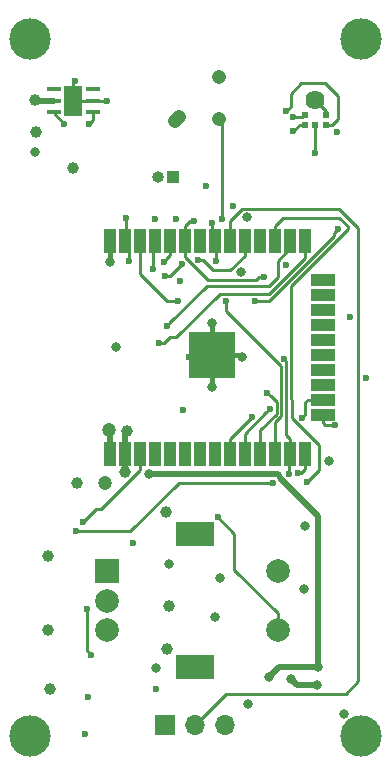
<source format=gbr>
G04 #@! TF.GenerationSoftware,KiCad,Pcbnew,5.1.4-e60b266~84~ubuntu19.04.1*
G04 #@! TF.CreationDate,2019-10-11T10:06:12-05:00*
G04 #@! TF.ProjectId,led-controller,6c65642d-636f-46e7-9472-6f6c6c65722e,rev?*
G04 #@! TF.SameCoordinates,Original*
G04 #@! TF.FileFunction,Copper,L1,Top*
G04 #@! TF.FilePolarity,Positive*
%FSLAX46Y46*%
G04 Gerber Fmt 4.6, Leading zero omitted, Abs format (unit mm)*
G04 Created by KiCad (PCBNEW 5.1.4-e60b266~84~ubuntu19.04.1) date 2019-10-11 10:06:12*
%MOMM*%
%LPD*%
G04 APERTURE LIST*
%ADD10C,1.200000*%
%ADD11C,1.200000*%
%ADD12C,1.624000*%
%ADD13R,0.600000X0.522000*%
%ADD14R,2.000000X2.000000*%
%ADD15C,2.000000*%
%ADD16R,3.200000X2.000000*%
%ADD17O,1.000000X1.000000*%
%ADD18R,1.000000X1.000000*%
%ADD19R,4.000000X4.000000*%
%ADD20R,1.000000X2.000000*%
%ADD21R,2.000000X1.000000*%
%ADD22R,1.600000X2.500000*%
%ADD23R,1.250000X0.450000*%
%ADD24O,1.700000X1.700000*%
%ADD25R,1.700000X1.700000*%
%ADD26C,3.500000*%
%ADD27C,1.000000*%
%ADD28C,0.600000*%
%ADD29C,0.800000*%
%ADD30C,0.500000*%
%ADD31C,0.250000*%
%ADD32C,0.400000*%
G04 APERTURE END LIST*
D10*
X148540130Y-60115988D03*
D11*
X148540130Y-60115988D02*
X148540130Y-60115988D01*
D10*
X148540130Y-63708091D03*
D11*
X148540130Y-63708091D02*
X148540130Y-63708091D01*
D10*
X144948028Y-63708091D03*
D11*
X144806607Y-63849512D02*
X145089449Y-63566670D01*
D12*
X156660000Y-62120000D03*
D13*
X157560000Y-63370000D03*
X155760000Y-63370000D03*
X155760000Y-64190000D03*
X156660000Y-64190000D03*
X157560000Y-64190000D03*
D14*
X139007960Y-101973220D03*
D15*
X139007960Y-104473220D03*
X139007960Y-106973220D03*
D16*
X146507960Y-98873220D03*
X146507960Y-110073220D03*
D15*
X153507960Y-101973220D03*
X153507960Y-106973220D03*
D17*
X143330000Y-68650000D03*
D18*
X144600000Y-68650000D03*
D19*
X147940460Y-83704300D03*
D20*
X139253660Y-92030420D03*
X140523660Y-92030420D03*
X144361660Y-92030420D03*
X143083660Y-92046420D03*
X148163660Y-92046420D03*
X149441660Y-92030420D03*
X146901660Y-92030420D03*
X145623660Y-92046420D03*
X155783660Y-92046420D03*
X153243660Y-92046420D03*
X154521660Y-92030420D03*
X151981660Y-92030420D03*
X150703660Y-92046420D03*
X150703660Y-74012420D03*
X151981660Y-73996420D03*
X154521660Y-73996420D03*
X153243660Y-74012420D03*
X155783660Y-74012420D03*
X145623660Y-74012420D03*
X146901660Y-73996420D03*
X149441660Y-73996420D03*
X148163660Y-74012420D03*
X143083660Y-74012420D03*
X144361660Y-73996420D03*
X140551660Y-73996420D03*
X139273660Y-74012420D03*
D21*
X157287660Y-88728420D03*
X157287660Y-87458420D03*
X157287660Y-84918420D03*
X157287660Y-86188420D03*
X157287660Y-81108420D03*
X157287660Y-79838420D03*
X157287660Y-82378420D03*
X157287660Y-83648420D03*
X157287660Y-77298420D03*
X157287660Y-78568420D03*
D20*
X141821660Y-73996420D03*
X141793660Y-92030420D03*
D22*
X136180000Y-62150000D03*
D23*
X134530000Y-61150000D03*
X134530000Y-63150000D03*
X134530000Y-62150000D03*
X137830000Y-61150000D03*
X137830000Y-62150000D03*
X137830000Y-63150000D03*
D24*
X149008660Y-115007420D03*
X146468660Y-115007420D03*
D25*
X143928660Y-115007420D03*
D26*
X132510000Y-115930000D03*
X160530000Y-115930000D03*
X160530000Y-56920000D03*
X132510000Y-56920000D03*
D10*
X139220000Y-90050000D03*
D27*
X134180000Y-111930000D03*
X134050000Y-106950000D03*
X134070000Y-100670000D03*
D28*
X158510000Y-64780000D03*
X145200000Y-77430000D03*
D29*
X147950000Y-80990000D03*
X150430000Y-83830000D03*
X147920000Y-86360000D03*
X139310000Y-75780000D03*
X139790000Y-82990000D03*
D28*
X147400000Y-69400000D03*
X139000000Y-62200000D03*
X136300000Y-60500000D03*
D29*
X132900000Y-66500000D03*
X148600000Y-102600000D03*
X143200000Y-110200000D03*
X155800000Y-98200000D03*
X155700000Y-103500000D03*
X157800000Y-92700000D03*
X159100000Y-114100000D03*
D28*
X143102788Y-72174996D03*
D10*
X138842698Y-94560469D03*
D29*
X151000000Y-113200000D03*
X150897468Y-72025010D03*
D28*
X158361450Y-89644990D03*
X159563660Y-80463660D03*
X154200000Y-76100000D03*
X146013660Y-83813660D03*
X160974990Y-85650355D03*
X145425010Y-88300000D03*
X137160000Y-115810000D03*
X137400000Y-112620000D03*
X143210000Y-111970000D03*
D27*
X144298660Y-104917420D03*
X144070000Y-108600000D03*
X140740000Y-90130000D03*
X144040000Y-96970000D03*
X136130000Y-67880000D03*
X133000000Y-64780000D03*
X132970000Y-62110000D03*
D28*
X154800000Y-64760000D03*
X149700000Y-71100000D03*
D29*
X144300000Y-101400000D03*
X148200000Y-105900000D03*
D28*
X144893406Y-72193406D03*
D27*
X136494438Y-94483098D03*
D29*
X150382366Y-76675010D03*
D28*
X141200000Y-99600000D03*
D27*
X140531985Y-93571985D03*
D28*
X142900000Y-76400000D03*
X143824990Y-75787232D03*
X144072246Y-81218639D03*
X143900000Y-77000000D03*
X145400000Y-76000000D03*
X146700000Y-75600000D03*
X156000000Y-94400000D03*
X148400000Y-97400000D03*
X149100000Y-79100000D03*
X148800000Y-72200000D03*
D29*
X156800000Y-111600000D03*
X154600000Y-111100000D03*
X152751090Y-110948910D03*
X156900000Y-110100000D03*
X142600000Y-93800000D03*
D28*
X137500000Y-64100000D03*
X147900000Y-72500000D03*
X148252313Y-75719534D03*
X151545159Y-79075010D03*
X145000000Y-79100000D03*
X158550000Y-73036812D03*
X135400000Y-64100000D03*
X146403501Y-72316688D03*
X152315002Y-77100000D03*
X140670000Y-72100000D03*
X140900000Y-75700000D03*
X152580000Y-86875000D03*
X153100000Y-94500000D03*
X154400000Y-93800000D03*
X154000000Y-84000000D03*
X136394991Y-98626343D03*
X152824968Y-88224978D03*
X155500000Y-89000000D03*
X151300000Y-88900000D03*
X155235448Y-93652911D03*
X137000000Y-97800000D03*
X137700000Y-109100000D03*
X137300000Y-105200000D03*
X143400000Y-82700000D03*
X156650000Y-66570000D03*
X154780000Y-63570000D03*
X154200000Y-63030000D03*
D30*
X139253660Y-92030420D02*
X139253660Y-90083660D01*
X139253660Y-90083660D02*
X139220000Y-90050000D01*
D31*
X157560000Y-63020000D02*
X156660000Y-62120000D01*
X157560000Y-63370000D02*
X157560000Y-63020000D01*
D32*
X147940460Y-83704300D02*
X147940460Y-80999540D01*
X147940460Y-80999540D02*
X147950000Y-80990000D01*
X147940460Y-83704300D02*
X150304300Y-83704300D01*
X150304300Y-83704300D02*
X150430000Y-83830000D01*
X147940460Y-83704300D02*
X147940460Y-86339540D01*
X147940460Y-86339540D02*
X147920000Y-86360000D01*
X139273660Y-74012420D02*
X139273660Y-75743660D01*
X139273660Y-75743660D02*
X139310000Y-75780000D01*
D31*
X137830000Y-62150000D02*
X136180000Y-62150000D01*
X137830000Y-62150000D02*
X138950000Y-62150000D01*
X138950000Y-62150000D02*
X139000000Y-62200000D01*
X136180000Y-62150000D02*
X136180000Y-60620000D01*
X136180000Y-60620000D02*
X136300000Y-60500000D01*
X157454230Y-89644990D02*
X157937186Y-89644990D01*
X157287660Y-89478420D02*
X157454230Y-89644990D01*
X157937186Y-89644990D02*
X158361450Y-89644990D01*
X157287660Y-88728420D02*
X157287660Y-89478420D01*
D30*
X140523660Y-92030420D02*
X140523660Y-90346340D01*
X140523660Y-90346340D02*
X140740000Y-90130000D01*
X134530000Y-62150000D02*
X133010000Y-62150000D01*
X133010000Y-62150000D02*
X132970000Y-62110000D01*
D31*
X155370000Y-64190000D02*
X154800000Y-64760000D01*
X155760000Y-64190000D02*
X155370000Y-64190000D01*
D30*
X140523660Y-93563660D02*
X140531985Y-93571985D01*
X140523660Y-92030420D02*
X140523660Y-93563660D01*
D31*
X142900000Y-74196080D02*
X143083660Y-74012420D01*
X142900000Y-76400000D02*
X142900000Y-74196080D01*
X144361660Y-73996420D02*
X144361660Y-75250562D01*
X144361660Y-75250562D02*
X144124989Y-75487233D01*
X144124989Y-75487233D02*
X143824990Y-75787232D01*
X150500000Y-71300000D02*
X149441660Y-72358340D01*
X149441660Y-72358340D02*
X149441660Y-73996420D01*
X158700000Y-71300000D02*
X150500000Y-71300000D01*
X149100000Y-112376080D02*
X159223920Y-112376080D01*
X146468660Y-115007420D02*
X149100000Y-112376080D01*
X160300000Y-72900000D02*
X158700000Y-71300000D01*
X159223920Y-112376080D02*
X160300000Y-111300000D01*
X160300000Y-111300000D02*
X160300000Y-72900000D01*
X152734309Y-77799991D02*
X147490894Y-77799991D01*
X153475002Y-75684256D02*
X153475002Y-77059298D01*
X153475002Y-77059298D02*
X152734309Y-77799991D01*
X144372245Y-80918640D02*
X144072246Y-81218639D01*
X154521660Y-73996420D02*
X154521660Y-74637598D01*
X154521660Y-74637598D02*
X153475002Y-75684256D01*
X147490894Y-77799991D02*
X144372245Y-80918640D01*
X143900000Y-77000000D02*
X144400000Y-77000000D01*
X144400000Y-77000000D02*
X145400000Y-76000000D01*
X149466080Y-76500000D02*
X150703660Y-75262420D01*
X148024264Y-76500000D02*
X149466080Y-76500000D01*
X150703660Y-75262420D02*
X150703660Y-74012420D01*
X147124264Y-75600000D02*
X148024264Y-76500000D01*
X146700000Y-75600000D02*
X147124264Y-75600000D01*
X157000000Y-91334300D02*
X157000000Y-93400000D01*
X154700011Y-87534311D02*
X154700011Y-89034311D01*
X154600000Y-77800000D02*
X154600000Y-87434300D01*
X158700000Y-72100000D02*
X159400000Y-72800000D01*
X157000000Y-93400000D02*
X156299999Y-94100001D01*
X159400000Y-72800000D02*
X159400000Y-73000000D01*
X154600000Y-87434300D02*
X154700011Y-87534311D01*
X153906080Y-72100000D02*
X158700000Y-72100000D01*
X159400000Y-73000000D02*
X154600000Y-77800000D01*
X156299999Y-94100001D02*
X156000000Y-94400000D01*
X153243660Y-72762420D02*
X153906080Y-72100000D01*
X154700011Y-89034311D02*
X157000000Y-91334300D01*
X153243660Y-74012420D02*
X153243660Y-72762420D01*
X153507960Y-105559007D02*
X149800000Y-101851047D01*
X153507960Y-106973220D02*
X153507960Y-105559007D01*
X149800000Y-101851047D02*
X149800000Y-98800000D01*
X149800000Y-98800000D02*
X148400000Y-97400000D01*
X148800000Y-63967961D02*
X148540130Y-63708091D01*
X148800000Y-72200000D02*
X148800000Y-63967961D01*
X153243660Y-89390640D02*
X153799989Y-88834311D01*
X149100000Y-79524264D02*
X149100000Y-79100000D01*
X153243660Y-92046420D02*
X153243660Y-89390640D01*
X153799989Y-84650993D02*
X149100000Y-79951004D01*
X149100000Y-79951004D02*
X149100000Y-79524264D01*
X153799989Y-88834311D02*
X153799989Y-84650993D01*
D30*
X156800000Y-111600000D02*
X155100000Y-111600000D01*
X155100000Y-111600000D02*
X154600000Y-111100000D01*
X152751090Y-110948910D02*
X153600000Y-110100000D01*
X153600000Y-110100000D02*
X156900000Y-110100000D01*
X143165685Y-93800000D02*
X142600000Y-93800000D01*
X153500000Y-93800000D02*
X143165685Y-93800000D01*
X156900000Y-97336002D02*
X153699999Y-94136001D01*
X153699999Y-93999999D02*
X153500000Y-93800000D01*
X156900000Y-110100000D02*
X156900000Y-97336002D01*
X153699999Y-94136001D02*
X153699999Y-93999999D01*
D31*
X137830000Y-63150000D02*
X137830000Y-63770000D01*
X137830000Y-63770000D02*
X137500000Y-64100000D01*
X147900000Y-73748760D02*
X148163660Y-74012420D01*
X147900000Y-72500000D02*
X147900000Y-73748760D01*
X148252313Y-74101073D02*
X148163660Y-74012420D01*
X148252313Y-75719534D02*
X148252313Y-74101073D01*
X141821660Y-73996420D02*
X141821660Y-76821660D01*
X141821660Y-76821660D02*
X144100000Y-79100000D01*
X144100000Y-79100000D02*
X145000000Y-79100000D01*
X151545159Y-79075010D02*
X152759290Y-79075010D01*
X158250001Y-73584299D02*
X158250001Y-73336811D01*
X158250001Y-73336811D02*
X158550000Y-73036812D01*
X152759290Y-79075010D02*
X158250001Y-73584299D01*
X134530000Y-63150000D02*
X134530000Y-63230000D01*
X134530000Y-63230000D02*
X135400000Y-64100000D01*
X145623660Y-74012420D02*
X145623660Y-72762420D01*
X145623660Y-72762420D02*
X146069392Y-72316688D01*
X146069392Y-72316688D02*
X146403501Y-72316688D01*
X145623660Y-74012420D02*
X145623660Y-75374662D01*
X151890738Y-77100000D02*
X152315002Y-77100000D01*
X147599009Y-77350011D02*
X151640727Y-77350011D01*
X151640727Y-77350011D02*
X151890738Y-77100000D01*
X145623660Y-75374662D02*
X147599009Y-77350011D01*
X140670000Y-73878080D02*
X140551660Y-73996420D01*
X140670000Y-72100000D02*
X140670000Y-73878080D01*
X140900000Y-74344760D02*
X140551660Y-73996420D01*
X140900000Y-75700000D02*
X140900000Y-74344760D01*
X151981660Y-92030420D02*
X151981660Y-90063342D01*
X152879999Y-87174999D02*
X152580000Y-86875000D01*
X153399978Y-87694978D02*
X152879999Y-87174999D01*
X151981660Y-90063342D02*
X153399978Y-88645024D01*
X153399978Y-88645024D02*
X153399978Y-87694978D01*
X154400000Y-92152080D02*
X154521660Y-92030420D01*
X154400000Y-93800000D02*
X154400000Y-92152080D01*
X154521660Y-92030420D02*
X154521660Y-90780420D01*
X154521660Y-90780420D02*
X154200000Y-90458760D01*
X154200000Y-84200000D02*
X154000000Y-84000000D01*
X154200000Y-90458760D02*
X154200000Y-84200000D01*
X136819255Y-98626343D02*
X136394991Y-98626343D01*
X140973657Y-98626343D02*
X136819255Y-98626343D01*
X145100000Y-94500000D02*
X140973657Y-98626343D01*
X153100000Y-94500000D02*
X145100000Y-94500000D01*
X150703660Y-92046420D02*
X150703660Y-90346286D01*
X150703660Y-90346286D02*
X152524969Y-88524977D01*
X152524969Y-88524977D02*
X152824968Y-88224978D01*
X155799999Y-87696081D02*
X156037660Y-87458420D01*
X156037660Y-87458420D02*
X157287660Y-87458420D01*
X155799999Y-88700001D02*
X155799999Y-87696081D01*
X155500000Y-89000000D02*
X155799999Y-88700001D01*
X151300000Y-88922080D02*
X151300000Y-88900000D01*
X149441660Y-92030420D02*
X149441660Y-90780420D01*
X149441660Y-90780420D02*
X151300000Y-88922080D01*
X155783660Y-92046420D02*
X155783660Y-93296420D01*
X155427169Y-93652911D02*
X155235448Y-93652911D01*
X155783660Y-93296420D02*
X155427169Y-93652911D01*
X141793660Y-93406340D02*
X141793660Y-92030420D01*
X138500000Y-96700000D02*
X141793660Y-93406340D01*
X138100000Y-96700000D02*
X138500000Y-96700000D01*
X137000000Y-97800000D02*
X138100000Y-96700000D01*
X137700000Y-109100000D02*
X137300000Y-108700000D01*
X137300000Y-108700000D02*
X137300000Y-105200000D01*
X155783660Y-75262420D02*
X155783660Y-74012420D01*
X155783660Y-75484940D02*
X155783660Y-75262420D01*
X143400000Y-82700000D02*
X143824264Y-82700000D01*
X152768600Y-78500000D02*
X155783660Y-75484940D01*
X144324264Y-82200000D02*
X144859758Y-82200000D01*
X148559758Y-78500000D02*
X152768600Y-78500000D01*
X143824264Y-82700000D02*
X144324264Y-82200000D01*
X144859758Y-82200000D02*
X148559758Y-78500000D01*
X156650000Y-64200000D02*
X156660000Y-64190000D01*
X156650000Y-66570000D02*
X156650000Y-64200000D01*
X155560000Y-63570000D02*
X155760000Y-63370000D01*
X154780000Y-63570000D02*
X155560000Y-63570000D01*
X158110000Y-64190000D02*
X158590000Y-63710000D01*
X157560000Y-64190000D02*
X158110000Y-64190000D01*
X158590000Y-63710000D02*
X158590000Y-61730000D01*
X158590000Y-61730000D02*
X157530000Y-60670000D01*
X157530000Y-60670000D02*
X155470000Y-60670000D01*
X155470000Y-60670000D02*
X154580000Y-61560000D01*
X154580000Y-61560000D02*
X154580000Y-62650000D01*
X154580000Y-62650000D02*
X154200000Y-63030000D01*
M02*

</source>
